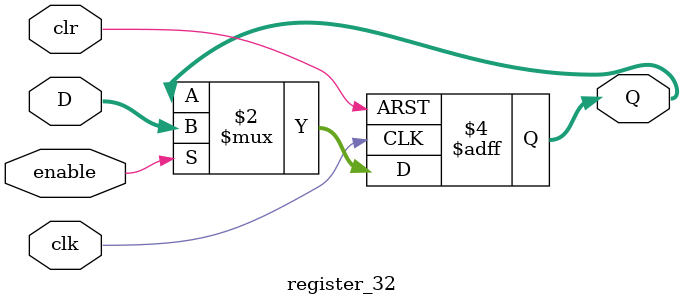
<source format=v>
module register_32 (
    input wire clr,             // Asynchronous reset (active high)
    input wire clk,             // Clock signal
    input wire enable,          // Load enable signal
    input wire [31:0] D,        // Data input
    output reg [31:0] Q         // Data output (stored value)
);

    // Register data storage logic
    always @(negedge clk or posedge clr) begin
        if (clr) begin
            Q <= 32'b0; // Clear register to zero on reset
        end else if (enable) begin
            Q <= D;     // Load new data when load is high
        end
    end

endmodule

</source>
